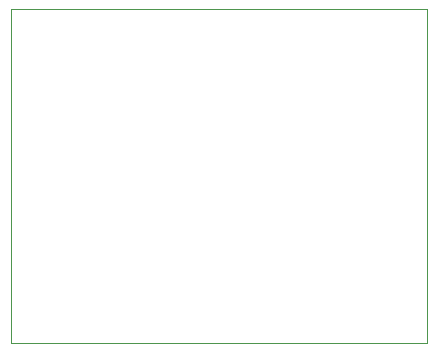
<source format=gbr>
%TF.GenerationSoftware,KiCad,Pcbnew,(6.0.2)*%
%TF.CreationDate,2022-03-02T10:56:47+02:00*%
%TF.ProjectId,EchoHello_ATtiny,4563686f-4865-46c6-9c6f-5f415474696e,rev?*%
%TF.SameCoordinates,Original*%
%TF.FileFunction,Profile,NP*%
%FSLAX46Y46*%
G04 Gerber Fmt 4.6, Leading zero omitted, Abs format (unit mm)*
G04 Created by KiCad (PCBNEW (6.0.2)) date 2022-03-02 10:56:47*
%MOMM*%
%LPD*%
G01*
G04 APERTURE LIST*
%TA.AperFunction,Profile*%
%ADD10C,0.100000*%
%TD*%
G04 APERTURE END LIST*
D10*
X120904000Y-75565000D02*
X85725000Y-75565000D01*
X85725000Y-75565000D02*
X85725000Y-47244000D01*
X85725000Y-47244000D02*
X120904000Y-47244000D01*
X120904000Y-47244000D02*
X120904000Y-75565000D01*
M02*

</source>
